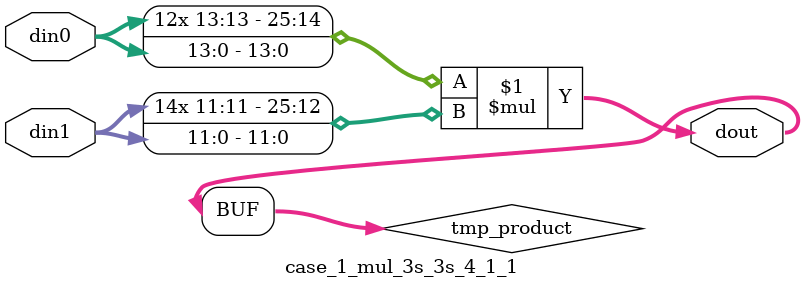
<source format=v>

`timescale 1 ns / 1 ps

 module case_1_mul_3s_3s_4_1_1(din0, din1, dout);
parameter ID = 1;
parameter NUM_STAGE = 0;
parameter din0_WIDTH = 14;
parameter din1_WIDTH = 12;
parameter dout_WIDTH = 26;

input [din0_WIDTH - 1 : 0] din0; 
input [din1_WIDTH - 1 : 0] din1; 
output [dout_WIDTH - 1 : 0] dout;

wire signed [dout_WIDTH - 1 : 0] tmp_product;



























assign tmp_product = $signed(din0) * $signed(din1);








assign dout = tmp_product;





















endmodule

</source>
